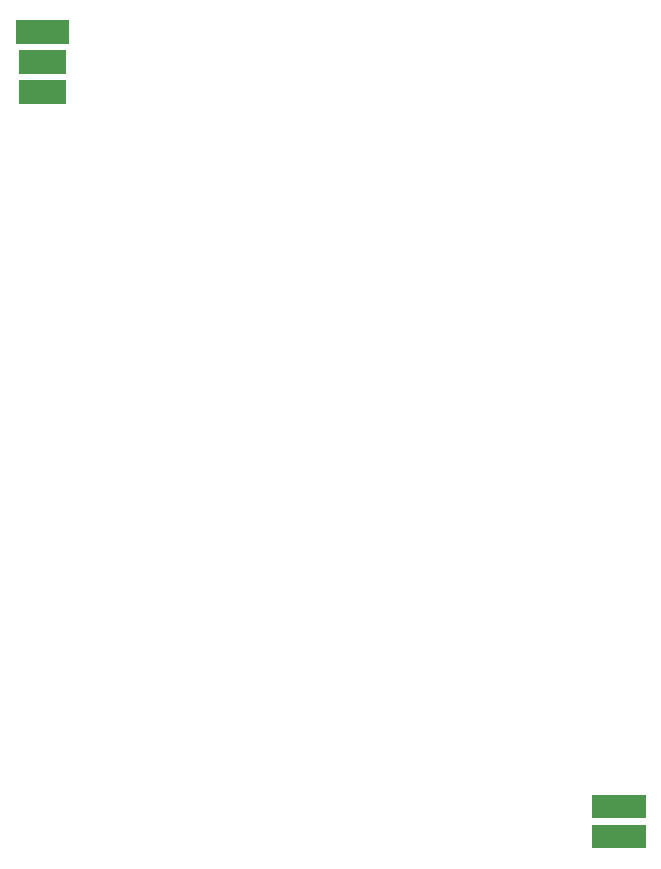
<source format=gbs>
G04 Layer: BottomSolderMaskLayer*
G04 EasyEDA v6.3.22, 2020-01-04T19:44:14+01:00*
G04 f50fd1600d684b49919d2234b325bca6,43c3eb671339413baca6572c6aa340f4,10*
G04 Gerber Generator version 0.2*
G04 Scale: 100 percent, Rotated: No, Reflected: No *
G04 Dimensions in millimeters *
G04 leading zeros omitted , absolute positions ,3 integer and 3 decimal *
%FSLAX33Y33*%
%MOMM*%
G90*
G71D02*


%LPD*%
G36*
G01X50890Y28340D02*
G01X50890Y30321D01*
G01X55411Y30321D01*
G01X55411Y28340D01*
G01X50890Y28340D01*
G37*
G36*
G01X50890Y30878D02*
G01X50890Y32859D01*
G01X55411Y32859D01*
G01X55411Y30878D01*
G01X50890Y30878D01*
G37*
G36*
G01X2089Y96448D02*
G01X2089Y98429D01*
G01X6610Y98429D01*
G01X6610Y96448D01*
G01X2089Y96448D01*
G37*
G36*
G01X2343Y91368D02*
G01X2343Y93349D01*
G01X6356Y93349D01*
G01X6356Y91368D01*
G01X2343Y91368D01*
G37*
G36*
G01X2343Y93908D02*
G01X2343Y95889D01*
G01X6356Y95889D01*
G01X6356Y93908D01*
G01X2343Y93908D01*
G37*
M00*
M02*

</source>
